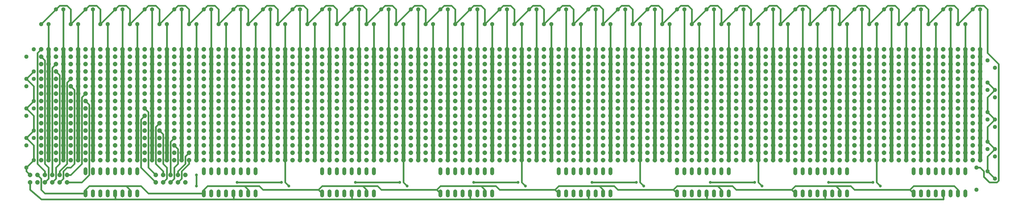
<source format=gbl>
G75*
%MOIN*%
%OFA0B0*%
%FSLAX24Y24*%
%IPPOS*%
%LPD*%
%AMOC8*
5,1,8,0,0,1.08239X$1,22.5*
%
%ADD10C,0.0520*%
%ADD11OC8,0.0600*%
%ADD12OC8,0.0520*%
%ADD13C,0.0500*%
%ADD14C,0.0240*%
%ADD15C,0.0396*%
D10*
X022492Y007001D02*
X022492Y007521D01*
X023492Y007521D02*
X023492Y007001D01*
X024492Y007001D02*
X024492Y007521D01*
X025492Y007521D02*
X025492Y007001D01*
X026492Y007001D02*
X026492Y007521D01*
X027492Y007521D02*
X027492Y007001D01*
X028492Y007001D02*
X028492Y007521D01*
X029492Y007521D02*
X029492Y007001D01*
X038492Y007001D02*
X038492Y007521D01*
X039492Y007521D02*
X039492Y007001D01*
X040492Y007001D02*
X040492Y007521D01*
X041492Y007521D02*
X041492Y007001D01*
X042492Y007001D02*
X042492Y007521D01*
X043492Y007521D02*
X043492Y007001D01*
X044492Y007001D02*
X044492Y007521D01*
X045492Y007521D02*
X045492Y007001D01*
X054492Y007001D02*
X054492Y007521D01*
X055492Y007521D02*
X055492Y007001D01*
X056492Y007001D02*
X056492Y007521D01*
X057492Y007521D02*
X057492Y007001D01*
X058492Y007001D02*
X058492Y007521D01*
X059492Y007521D02*
X059492Y007001D01*
X060492Y007001D02*
X060492Y007521D01*
X061492Y007521D02*
X061492Y007001D01*
X070492Y007001D02*
X070492Y007521D01*
X071492Y007521D02*
X071492Y007001D01*
X072492Y007001D02*
X072492Y007521D01*
X073492Y007521D02*
X073492Y007001D01*
X074492Y007001D02*
X074492Y007521D01*
X075492Y007521D02*
X075492Y007001D01*
X076492Y007001D02*
X076492Y007521D01*
X077492Y007521D02*
X077492Y007001D01*
X086492Y007001D02*
X086492Y007521D01*
X087492Y007521D02*
X087492Y007001D01*
X088492Y007001D02*
X088492Y007521D01*
X089492Y007521D02*
X089492Y007001D01*
X090492Y007001D02*
X090492Y007521D01*
X091492Y007521D02*
X091492Y007001D01*
X092492Y007001D02*
X092492Y007521D01*
X093492Y007521D02*
X093492Y007001D01*
X102492Y007001D02*
X102492Y007521D01*
X103492Y007521D02*
X103492Y007001D01*
X104492Y007001D02*
X104492Y007521D01*
X105492Y007521D02*
X105492Y007001D01*
X106492Y007001D02*
X106492Y007521D01*
X107492Y007521D02*
X107492Y007001D01*
X108492Y007001D02*
X108492Y007521D01*
X109492Y007521D02*
X109492Y007001D01*
X118492Y007001D02*
X118492Y007521D01*
X119492Y007521D02*
X119492Y007001D01*
X120492Y007001D02*
X120492Y007521D01*
X121492Y007521D02*
X121492Y007001D01*
X122492Y007001D02*
X122492Y007521D01*
X123492Y007521D02*
X123492Y007001D01*
X124492Y007001D02*
X124492Y007521D01*
X125492Y007521D02*
X125492Y007001D01*
X134492Y007001D02*
X134492Y007521D01*
X135492Y007521D02*
X135492Y007001D01*
X136492Y007001D02*
X136492Y007521D01*
X137492Y007521D02*
X137492Y007001D01*
X138492Y007001D02*
X138492Y007521D01*
X139492Y007521D02*
X139492Y007001D01*
X140492Y007001D02*
X140492Y007521D01*
X141492Y007521D02*
X141492Y007001D01*
X141492Y010001D02*
X141492Y010521D01*
X140492Y010521D02*
X140492Y010001D01*
X139492Y010001D02*
X139492Y010521D01*
X138492Y010521D02*
X138492Y010001D01*
X137492Y010001D02*
X137492Y010521D01*
X136492Y010521D02*
X136492Y010001D01*
X135492Y010001D02*
X135492Y010521D01*
X134492Y010521D02*
X134492Y010001D01*
X125492Y010001D02*
X125492Y010521D01*
X124492Y010521D02*
X124492Y010001D01*
X123492Y010001D02*
X123492Y010521D01*
X122492Y010521D02*
X122492Y010001D01*
X121492Y010001D02*
X121492Y010521D01*
X120492Y010521D02*
X120492Y010001D01*
X119492Y010001D02*
X119492Y010521D01*
X118492Y010521D02*
X118492Y010001D01*
X109492Y010001D02*
X109492Y010521D01*
X108492Y010521D02*
X108492Y010001D01*
X107492Y010001D02*
X107492Y010521D01*
X106492Y010521D02*
X106492Y010001D01*
X105492Y010001D02*
X105492Y010521D01*
X104492Y010521D02*
X104492Y010001D01*
X103492Y010001D02*
X103492Y010521D01*
X102492Y010521D02*
X102492Y010001D01*
X093492Y010001D02*
X093492Y010521D01*
X092492Y010521D02*
X092492Y010001D01*
X091492Y010001D02*
X091492Y010521D01*
X090492Y010521D02*
X090492Y010001D01*
X089492Y010001D02*
X089492Y010521D01*
X088492Y010521D02*
X088492Y010001D01*
X087492Y010001D02*
X087492Y010521D01*
X086492Y010521D02*
X086492Y010001D01*
X077492Y010001D02*
X077492Y010521D01*
X076492Y010521D02*
X076492Y010001D01*
X075492Y010001D02*
X075492Y010521D01*
X074492Y010521D02*
X074492Y010001D01*
X073492Y010001D02*
X073492Y010521D01*
X072492Y010521D02*
X072492Y010001D01*
X071492Y010001D02*
X071492Y010521D01*
X070492Y010521D02*
X070492Y010001D01*
X061492Y010001D02*
X061492Y010521D01*
X060492Y010521D02*
X060492Y010001D01*
X059492Y010001D02*
X059492Y010521D01*
X058492Y010521D02*
X058492Y010001D01*
X057492Y010001D02*
X057492Y010521D01*
X056492Y010521D02*
X056492Y010001D01*
X055492Y010001D02*
X055492Y010521D01*
X054492Y010521D02*
X054492Y010001D01*
X045492Y010001D02*
X045492Y010521D01*
X044492Y010521D02*
X044492Y010001D01*
X043492Y010001D02*
X043492Y010521D01*
X042492Y010521D02*
X042492Y010001D01*
X041492Y010001D02*
X041492Y010521D01*
X040492Y010521D02*
X040492Y010001D01*
X039492Y010001D02*
X039492Y010521D01*
X038492Y010521D02*
X038492Y010001D01*
X029492Y010001D02*
X029492Y010521D01*
X028492Y010521D02*
X028492Y010001D01*
X027492Y010001D02*
X027492Y010521D01*
X026492Y010521D02*
X026492Y010001D01*
X025492Y010001D02*
X025492Y010521D01*
X024492Y010521D02*
X024492Y010001D01*
X023492Y010001D02*
X023492Y010521D01*
X022492Y010521D02*
X022492Y010001D01*
D11*
X019992Y009761D03*
X018992Y009761D03*
X017992Y009761D03*
X016992Y009761D03*
X015992Y009761D03*
X014992Y009761D03*
X014992Y008761D03*
X015992Y008761D03*
X016992Y008761D03*
X017992Y008761D03*
X018992Y008761D03*
X019992Y008761D03*
X020492Y011761D03*
X021492Y011761D03*
X022492Y011761D03*
X023492Y011761D03*
X024492Y011761D03*
X025492Y011761D03*
X026492Y011761D03*
X027492Y011761D03*
X028492Y011761D03*
X029492Y011761D03*
X030492Y011761D03*
X031492Y011761D03*
X032492Y011761D03*
X033492Y011761D03*
X034492Y011761D03*
X035492Y011761D03*
X036492Y011761D03*
X037492Y011761D03*
X038492Y011761D03*
X039492Y011761D03*
X040492Y011761D03*
X041492Y011761D03*
X042492Y011761D03*
X043492Y011761D03*
X044492Y011761D03*
X045492Y011761D03*
X046492Y011761D03*
X047492Y011761D03*
X048492Y011761D03*
X049492Y011761D03*
X050492Y011761D03*
X051492Y011761D03*
X052492Y011761D03*
X053492Y011761D03*
X054492Y011761D03*
X055492Y011761D03*
X056492Y011761D03*
X057492Y011761D03*
X058492Y011761D03*
X059492Y011761D03*
X060492Y011761D03*
X061492Y011761D03*
X062492Y011761D03*
X063492Y011761D03*
X064492Y011761D03*
X065492Y011761D03*
X066492Y011761D03*
X067492Y011761D03*
X068492Y011761D03*
X069492Y011761D03*
X070492Y011761D03*
X071492Y011761D03*
X072492Y011761D03*
X073492Y011761D03*
X074492Y011761D03*
X075492Y011761D03*
X076492Y011761D03*
X077492Y011761D03*
X078492Y011761D03*
X079492Y011761D03*
X080492Y011761D03*
X081492Y011761D03*
X082492Y011761D03*
X083492Y011761D03*
X084492Y011761D03*
X085492Y011761D03*
X086492Y011761D03*
X087492Y011761D03*
X088492Y011761D03*
X089492Y011761D03*
X090492Y011761D03*
X091492Y011761D03*
X092492Y011761D03*
X093492Y011761D03*
X094492Y011761D03*
X095492Y011761D03*
X096492Y011761D03*
X097492Y011761D03*
X098492Y011761D03*
X099492Y011761D03*
X100492Y011761D03*
X101492Y011761D03*
X102492Y011761D03*
X103492Y011761D03*
X104492Y011761D03*
X105492Y011761D03*
X106492Y011761D03*
X107492Y011761D03*
X108492Y011761D03*
X109492Y011761D03*
X110492Y011761D03*
X111492Y011761D03*
X112492Y011761D03*
X113492Y011761D03*
X114492Y011761D03*
X115492Y011761D03*
X116492Y011761D03*
X117492Y011761D03*
X118492Y011761D03*
X119492Y011761D03*
X120492Y011761D03*
X121492Y011761D03*
X122492Y011761D03*
X123492Y011761D03*
X124492Y011761D03*
X125492Y011761D03*
X126492Y011761D03*
X127492Y011761D03*
X128492Y011761D03*
X129492Y011761D03*
X130492Y011761D03*
X131492Y011761D03*
X132492Y011761D03*
X133492Y011761D03*
X134492Y011761D03*
X135492Y011761D03*
X136492Y011761D03*
X137492Y011761D03*
X138492Y011761D03*
X139492Y011761D03*
X140492Y011761D03*
X141492Y011761D03*
X142492Y011761D03*
X143492Y011761D03*
X143492Y012761D03*
X142492Y012761D03*
X141492Y012761D03*
X140492Y012761D03*
X139492Y012761D03*
X138492Y012761D03*
X137492Y012761D03*
X136492Y012761D03*
X135492Y012761D03*
X134492Y012761D03*
X133492Y012761D03*
X132492Y012761D03*
X131492Y012761D03*
X130492Y012761D03*
X129492Y012761D03*
X128492Y012761D03*
X127492Y012761D03*
X126492Y012761D03*
X125492Y012761D03*
X124492Y012761D03*
X123492Y012761D03*
X122492Y012761D03*
X121492Y012761D03*
X120492Y012761D03*
X119492Y012761D03*
X118492Y012761D03*
X117492Y012761D03*
X116492Y012761D03*
X115492Y012761D03*
X114492Y012761D03*
X113492Y012761D03*
X112492Y012761D03*
X111492Y012761D03*
X110492Y012761D03*
X109492Y012761D03*
X108492Y012761D03*
X107492Y012761D03*
X106492Y012761D03*
X105492Y012761D03*
X104492Y012761D03*
X103492Y012761D03*
X102492Y012761D03*
X101492Y012761D03*
X100492Y012761D03*
X099492Y012761D03*
X098492Y012761D03*
X097492Y012761D03*
X096492Y012761D03*
X095492Y012761D03*
X094492Y012761D03*
X093492Y012761D03*
X092492Y012761D03*
X091492Y012761D03*
X090492Y012761D03*
X089492Y012761D03*
X088492Y012761D03*
X087492Y012761D03*
X086492Y012761D03*
X085492Y012761D03*
X084492Y012761D03*
X083492Y012761D03*
X082492Y012761D03*
X081492Y012761D03*
X080492Y012761D03*
X079492Y012761D03*
X078492Y012761D03*
X077492Y012761D03*
X076492Y012761D03*
X075492Y012761D03*
X074492Y012761D03*
X073492Y012761D03*
X072492Y012761D03*
X071492Y012761D03*
X070492Y012761D03*
X069492Y012761D03*
X068492Y012761D03*
X067492Y012761D03*
X066492Y012761D03*
X065492Y012761D03*
X064492Y012761D03*
X063492Y012761D03*
X062492Y012761D03*
X061492Y012761D03*
X060492Y012761D03*
X059492Y012761D03*
X058492Y012761D03*
X057492Y012761D03*
X056492Y012761D03*
X055492Y012761D03*
X054492Y012761D03*
X053492Y012761D03*
X052492Y012761D03*
X051492Y012761D03*
X050492Y012761D03*
X049492Y012761D03*
X048492Y012761D03*
X047492Y012761D03*
X046492Y012761D03*
X045492Y012761D03*
X044492Y012761D03*
X043492Y012761D03*
X042492Y012761D03*
X041492Y012761D03*
X040492Y012761D03*
X039492Y012761D03*
X038492Y012761D03*
X037492Y012761D03*
X036492Y012761D03*
X035492Y012761D03*
X034492Y012761D03*
X033492Y012761D03*
X032492Y012761D03*
X031492Y012761D03*
X030492Y012761D03*
X029492Y012761D03*
X028492Y012761D03*
X027492Y012761D03*
X026492Y012761D03*
X025492Y012761D03*
X024492Y012761D03*
X023492Y012761D03*
X022492Y012761D03*
X021492Y012761D03*
X020492Y012761D03*
X019492Y012761D03*
X018492Y012761D03*
X017492Y012761D03*
X016492Y012761D03*
X016492Y011761D03*
X017492Y011761D03*
X018492Y011761D03*
X019492Y011761D03*
X019492Y013761D03*
X020492Y013761D03*
X021492Y013761D03*
X022492Y013761D03*
X023492Y013761D03*
X024492Y013761D03*
X025492Y013761D03*
X026492Y013761D03*
X027492Y013761D03*
X028492Y013761D03*
X029492Y013761D03*
X030492Y013761D03*
X031492Y013761D03*
X032492Y013761D03*
X033492Y013761D03*
X034492Y013761D03*
X035492Y013761D03*
X036492Y013761D03*
X037492Y013761D03*
X038492Y013761D03*
X039492Y013761D03*
X040492Y013761D03*
X041492Y013761D03*
X042492Y013761D03*
X043492Y013761D03*
X044492Y013761D03*
X045492Y013761D03*
X046492Y013761D03*
X047492Y013761D03*
X048492Y013761D03*
X049492Y013761D03*
X050492Y013761D03*
X051492Y013761D03*
X052492Y013761D03*
X053492Y013761D03*
X054492Y013761D03*
X055492Y013761D03*
X056492Y013761D03*
X057492Y013761D03*
X058492Y013761D03*
X059492Y013761D03*
X060492Y013761D03*
X061492Y013761D03*
X062492Y013761D03*
X063492Y013761D03*
X064492Y013761D03*
X065492Y013761D03*
X066492Y013761D03*
X067492Y013761D03*
X068492Y013761D03*
X069492Y013761D03*
X070492Y013761D03*
X071492Y013761D03*
X072492Y013761D03*
X073492Y013761D03*
X074492Y013761D03*
X075492Y013761D03*
X076492Y013761D03*
X077492Y013761D03*
X078492Y013761D03*
X079492Y013761D03*
X080492Y013761D03*
X081492Y013761D03*
X082492Y013761D03*
X083492Y013761D03*
X084492Y013761D03*
X085492Y013761D03*
X086492Y013761D03*
X087492Y013761D03*
X088492Y013761D03*
X089492Y013761D03*
X090492Y013761D03*
X091492Y013761D03*
X092492Y013761D03*
X093492Y013761D03*
X094492Y013761D03*
X095492Y013761D03*
X096492Y013761D03*
X097492Y013761D03*
X098492Y013761D03*
X099492Y013761D03*
X100492Y013761D03*
X101492Y013761D03*
X102492Y013761D03*
X103492Y013761D03*
X104492Y013761D03*
X105492Y013761D03*
X106492Y013761D03*
X107492Y013761D03*
X108492Y013761D03*
X109492Y013761D03*
X110492Y013761D03*
X111492Y013761D03*
X112492Y013761D03*
X113492Y013761D03*
X114492Y013761D03*
X115492Y013761D03*
X116492Y013761D03*
X117492Y013761D03*
X118492Y013761D03*
X119492Y013761D03*
X120492Y013761D03*
X121492Y013761D03*
X122492Y013761D03*
X123492Y013761D03*
X124492Y013761D03*
X125492Y013761D03*
X126492Y013761D03*
X127492Y013761D03*
X128492Y013761D03*
X129492Y013761D03*
X130492Y013761D03*
X131492Y013761D03*
X132492Y013761D03*
X133492Y013761D03*
X134492Y013761D03*
X135492Y013761D03*
X136492Y013761D03*
X137492Y013761D03*
X138492Y013761D03*
X139492Y013761D03*
X140492Y013761D03*
X141492Y013761D03*
X142492Y013761D03*
X143492Y013761D03*
X143492Y014761D03*
X142492Y014761D03*
X141492Y014761D03*
X140492Y014761D03*
X139492Y014761D03*
X138492Y014761D03*
X137492Y014761D03*
X136492Y014761D03*
X135492Y014761D03*
X134492Y014761D03*
X133492Y014761D03*
X132492Y014761D03*
X131492Y014761D03*
X130492Y014761D03*
X129492Y014761D03*
X128492Y014761D03*
X127492Y014761D03*
X126492Y014761D03*
X125492Y014761D03*
X124492Y014761D03*
X123492Y014761D03*
X122492Y014761D03*
X121492Y014761D03*
X120492Y014761D03*
X119492Y014761D03*
X118492Y014761D03*
X117492Y014761D03*
X116492Y014761D03*
X115492Y014761D03*
X114492Y014761D03*
X113492Y014761D03*
X112492Y014761D03*
X111492Y014761D03*
X110492Y014761D03*
X109492Y014761D03*
X108492Y014761D03*
X107492Y014761D03*
X106492Y014761D03*
X105492Y014761D03*
X104492Y014761D03*
X103492Y014761D03*
X102492Y014761D03*
X101492Y014761D03*
X100492Y014761D03*
X099492Y014761D03*
X098492Y014761D03*
X097492Y014761D03*
X096492Y014761D03*
X095492Y014761D03*
X094492Y014761D03*
X093492Y014761D03*
X092492Y014761D03*
X091492Y014761D03*
X090492Y014761D03*
X089492Y014761D03*
X088492Y014761D03*
X087492Y014761D03*
X086492Y014761D03*
X085492Y014761D03*
X084492Y014761D03*
X083492Y014761D03*
X082492Y014761D03*
X081492Y014761D03*
X080492Y014761D03*
X079492Y014761D03*
X078492Y014761D03*
X077492Y014761D03*
X076492Y014761D03*
X075492Y014761D03*
X074492Y014761D03*
X073492Y014761D03*
X072492Y014761D03*
X071492Y014761D03*
X070492Y014761D03*
X069492Y014761D03*
X068492Y014761D03*
X067492Y014761D03*
X066492Y014761D03*
X065492Y014761D03*
X064492Y014761D03*
X063492Y014761D03*
X062492Y014761D03*
X061492Y014761D03*
X060492Y014761D03*
X059492Y014761D03*
X058492Y014761D03*
X057492Y014761D03*
X056492Y014761D03*
X055492Y014761D03*
X054492Y014761D03*
X053492Y014761D03*
X052492Y014761D03*
X051492Y014761D03*
X050492Y014761D03*
X049492Y014761D03*
X048492Y014761D03*
X047492Y014761D03*
X046492Y014761D03*
X045492Y014761D03*
X044492Y014761D03*
X043492Y014761D03*
X042492Y014761D03*
X041492Y014761D03*
X040492Y014761D03*
X039492Y014761D03*
X038492Y014761D03*
X037492Y014761D03*
X036492Y014761D03*
X035492Y014761D03*
X034492Y014761D03*
X033492Y014761D03*
X032492Y014761D03*
X031492Y014761D03*
X030492Y014761D03*
X029492Y014761D03*
X028492Y014761D03*
X027492Y014761D03*
X026492Y014761D03*
X025492Y014761D03*
X024492Y014761D03*
X023492Y014761D03*
X022492Y014761D03*
X021492Y014761D03*
X020492Y014761D03*
X019492Y014761D03*
X018492Y014761D03*
X017492Y014761D03*
X016492Y014761D03*
X016492Y013761D03*
X017492Y013761D03*
X018492Y013761D03*
X018492Y015761D03*
X019492Y015761D03*
X020492Y015761D03*
X021492Y015761D03*
X022492Y015761D03*
X023492Y015761D03*
X024492Y015761D03*
X025492Y015761D03*
X026492Y015761D03*
X027492Y015761D03*
X028492Y015761D03*
X029492Y015761D03*
X030492Y015761D03*
X031492Y015761D03*
X032492Y015761D03*
X033492Y015761D03*
X034492Y015761D03*
X035492Y015761D03*
X036492Y015761D03*
X037492Y015761D03*
X038492Y015761D03*
X039492Y015761D03*
X040492Y015761D03*
X041492Y015761D03*
X042492Y015761D03*
X043492Y015761D03*
X044492Y015761D03*
X045492Y015761D03*
X046492Y015761D03*
X047492Y015761D03*
X048492Y015761D03*
X049492Y015761D03*
X050492Y015761D03*
X051492Y015761D03*
X052492Y015761D03*
X053492Y015761D03*
X054492Y015761D03*
X055492Y015761D03*
X056492Y015761D03*
X057492Y015761D03*
X058492Y015761D03*
X059492Y015761D03*
X060492Y015761D03*
X061492Y015761D03*
X062492Y015761D03*
X063492Y015761D03*
X064492Y015761D03*
X065492Y015761D03*
X066492Y015761D03*
X067492Y015761D03*
X068492Y015761D03*
X069492Y015761D03*
X070492Y015761D03*
X071492Y015761D03*
X072492Y015761D03*
X073492Y015761D03*
X074492Y015761D03*
X075492Y015761D03*
X076492Y015761D03*
X077492Y015761D03*
X078492Y015761D03*
X079492Y015761D03*
X080492Y015761D03*
X081492Y015761D03*
X082492Y015761D03*
X083492Y015761D03*
X084492Y015761D03*
X085492Y015761D03*
X086492Y015761D03*
X087492Y015761D03*
X088492Y015761D03*
X089492Y015761D03*
X090492Y015761D03*
X091492Y015761D03*
X092492Y015761D03*
X093492Y015761D03*
X094492Y015761D03*
X095492Y015761D03*
X096492Y015761D03*
X097492Y015761D03*
X098492Y015761D03*
X099492Y015761D03*
X100492Y015761D03*
X101492Y015761D03*
X102492Y015761D03*
X103492Y015761D03*
X104492Y015761D03*
X105492Y015761D03*
X106492Y015761D03*
X107492Y015761D03*
X108492Y015761D03*
X109492Y015761D03*
X110492Y015761D03*
X111492Y015761D03*
X112492Y015761D03*
X113492Y015761D03*
X114492Y015761D03*
X115492Y015761D03*
X116492Y015761D03*
X117492Y015761D03*
X118492Y015761D03*
X119492Y015761D03*
X120492Y015761D03*
X121492Y015761D03*
X122492Y015761D03*
X123492Y015761D03*
X124492Y015761D03*
X125492Y015761D03*
X126492Y015761D03*
X127492Y015761D03*
X128492Y015761D03*
X129492Y015761D03*
X130492Y015761D03*
X131492Y015761D03*
X132492Y015761D03*
X133492Y015761D03*
X134492Y015761D03*
X135492Y015761D03*
X136492Y015761D03*
X137492Y015761D03*
X138492Y015761D03*
X139492Y015761D03*
X140492Y015761D03*
X141492Y015761D03*
X142492Y015761D03*
X143492Y015761D03*
X143492Y016761D03*
X142492Y016761D03*
X141492Y016761D03*
X140492Y016761D03*
X139492Y016761D03*
X138492Y016761D03*
X137492Y016761D03*
X136492Y016761D03*
X135492Y016761D03*
X134492Y016761D03*
X133492Y016761D03*
X132492Y016761D03*
X131492Y016761D03*
X130492Y016761D03*
X129492Y016761D03*
X128492Y016761D03*
X127492Y016761D03*
X126492Y016761D03*
X125492Y016761D03*
X124492Y016761D03*
X123492Y016761D03*
X122492Y016761D03*
X121492Y016761D03*
X120492Y016761D03*
X119492Y016761D03*
X118492Y016761D03*
X117492Y016761D03*
X116492Y016761D03*
X115492Y016761D03*
X114492Y016761D03*
X113492Y016761D03*
X112492Y016761D03*
X111492Y016761D03*
X110492Y016761D03*
X109492Y016761D03*
X108492Y016761D03*
X107492Y016761D03*
X106492Y016761D03*
X105492Y016761D03*
X104492Y016761D03*
X103492Y016761D03*
X102492Y016761D03*
X101492Y016761D03*
X100492Y016761D03*
X099492Y016761D03*
X098492Y016761D03*
X097492Y016761D03*
X096492Y016761D03*
X095492Y016761D03*
X094492Y016761D03*
X093492Y016761D03*
X092492Y016761D03*
X091492Y016761D03*
X090492Y016761D03*
X089492Y016761D03*
X088492Y016761D03*
X087492Y016761D03*
X086492Y016761D03*
X085492Y016761D03*
X084492Y016761D03*
X083492Y016761D03*
X082492Y016761D03*
X081492Y016761D03*
X080492Y016761D03*
X079492Y016761D03*
X078492Y016761D03*
X077492Y016761D03*
X076492Y016761D03*
X075492Y016761D03*
X074492Y016761D03*
X073492Y016761D03*
X072492Y016761D03*
X071492Y016761D03*
X070492Y016761D03*
X069492Y016761D03*
X068492Y016761D03*
X067492Y016761D03*
X066492Y016761D03*
X065492Y016761D03*
X064492Y016761D03*
X063492Y016761D03*
X062492Y016761D03*
X061492Y016761D03*
X060492Y016761D03*
X059492Y016761D03*
X058492Y016761D03*
X057492Y016761D03*
X056492Y016761D03*
X055492Y016761D03*
X054492Y016761D03*
X053492Y016761D03*
X052492Y016761D03*
X051492Y016761D03*
X050492Y016761D03*
X049492Y016761D03*
X048492Y016761D03*
X047492Y016761D03*
X046492Y016761D03*
X045492Y016761D03*
X044492Y016761D03*
X043492Y016761D03*
X042492Y016761D03*
X041492Y016761D03*
X040492Y016761D03*
X039492Y016761D03*
X038492Y016761D03*
X037492Y016761D03*
X036492Y016761D03*
X035492Y016761D03*
X034492Y016761D03*
X033492Y016761D03*
X032492Y016761D03*
X031492Y016761D03*
X030492Y016761D03*
X029492Y016761D03*
X028492Y016761D03*
X027492Y016761D03*
X026492Y016761D03*
X025492Y016761D03*
X024492Y016761D03*
X023492Y016761D03*
X022492Y016761D03*
X021492Y016761D03*
X020492Y016761D03*
X019492Y016761D03*
X018492Y016761D03*
X017492Y016761D03*
X016492Y016761D03*
X016492Y015761D03*
X017492Y015761D03*
X017492Y017761D03*
X018492Y017761D03*
X019492Y017761D03*
X020492Y017761D03*
X021492Y017761D03*
X022492Y017761D03*
X023492Y017761D03*
X024492Y017761D03*
X025492Y017761D03*
X026492Y017761D03*
X027492Y017761D03*
X028492Y017761D03*
X029492Y017761D03*
X030492Y017761D03*
X031492Y017761D03*
X032492Y017761D03*
X033492Y017761D03*
X034492Y017761D03*
X035492Y017761D03*
X036492Y017761D03*
X037492Y017761D03*
X038492Y017761D03*
X039492Y017761D03*
X040492Y017761D03*
X041492Y017761D03*
X042492Y017761D03*
X043492Y017761D03*
X044492Y017761D03*
X045492Y017761D03*
X046492Y017761D03*
X047492Y017761D03*
X048492Y017761D03*
X049492Y017761D03*
X050492Y017761D03*
X051492Y017761D03*
X052492Y017761D03*
X053492Y017761D03*
X054492Y017761D03*
X055492Y017761D03*
X056492Y017761D03*
X057492Y017761D03*
X058492Y017761D03*
X059492Y017761D03*
X060492Y017761D03*
X061492Y017761D03*
X062492Y017761D03*
X063492Y017761D03*
X064492Y017761D03*
X065492Y017761D03*
X066492Y017761D03*
X067492Y017761D03*
X068492Y017761D03*
X069492Y017761D03*
X070492Y017761D03*
X071492Y017761D03*
X072492Y017761D03*
X073492Y017761D03*
X074492Y017761D03*
X075492Y017761D03*
X076492Y017761D03*
X077492Y017761D03*
X078492Y017761D03*
X079492Y017761D03*
X080492Y017761D03*
X081492Y017761D03*
X082492Y017761D03*
X083492Y017761D03*
X084492Y017761D03*
X085492Y017761D03*
X086492Y017761D03*
X087492Y017761D03*
X088492Y017761D03*
X089492Y017761D03*
X090492Y017761D03*
X091492Y017761D03*
X092492Y017761D03*
X093492Y017761D03*
X094492Y017761D03*
X095492Y017761D03*
X096492Y017761D03*
X097492Y017761D03*
X098492Y017761D03*
X099492Y017761D03*
X100492Y017761D03*
X101492Y017761D03*
X102492Y017761D03*
X103492Y017761D03*
X104492Y017761D03*
X105492Y017761D03*
X106492Y017761D03*
X107492Y017761D03*
X108492Y017761D03*
X109492Y017761D03*
X110492Y017761D03*
X111492Y017761D03*
X112492Y017761D03*
X113492Y017761D03*
X114492Y017761D03*
X115492Y017761D03*
X116492Y017761D03*
X117492Y017761D03*
X118492Y017761D03*
X119492Y017761D03*
X120492Y017761D03*
X121492Y017761D03*
X122492Y017761D03*
X123492Y017761D03*
X124492Y017761D03*
X125492Y017761D03*
X126492Y017761D03*
X127492Y017761D03*
X128492Y017761D03*
X129492Y017761D03*
X130492Y017761D03*
X131492Y017761D03*
X132492Y017761D03*
X133492Y017761D03*
X134492Y017761D03*
X135492Y017761D03*
X136492Y017761D03*
X137492Y017761D03*
X138492Y017761D03*
X139492Y017761D03*
X140492Y017761D03*
X141492Y017761D03*
X142492Y017761D03*
X143492Y017761D03*
X143492Y018761D03*
X142492Y018761D03*
X141492Y018761D03*
X140492Y018761D03*
X139492Y018761D03*
X138492Y018761D03*
X137492Y018761D03*
X136492Y018761D03*
X135492Y018761D03*
X134492Y018761D03*
X133492Y018761D03*
X132492Y018761D03*
X131492Y018761D03*
X130492Y018761D03*
X129492Y018761D03*
X128492Y018761D03*
X127492Y018761D03*
X126492Y018761D03*
X125492Y018761D03*
X124492Y018761D03*
X123492Y018761D03*
X122492Y018761D03*
X121492Y018761D03*
X120492Y018761D03*
X119492Y018761D03*
X118492Y018761D03*
X117492Y018761D03*
X116492Y018761D03*
X115492Y018761D03*
X114492Y018761D03*
X113492Y018761D03*
X112492Y018761D03*
X111492Y018761D03*
X110492Y018761D03*
X109492Y018761D03*
X108492Y018761D03*
X107492Y018761D03*
X106492Y018761D03*
X105492Y018761D03*
X104492Y018761D03*
X103492Y018761D03*
X102492Y018761D03*
X101492Y018761D03*
X100492Y018761D03*
X099492Y018761D03*
X098492Y018761D03*
X097492Y018761D03*
X096492Y018761D03*
X095492Y018761D03*
X094492Y018761D03*
X093492Y018761D03*
X092492Y018761D03*
X091492Y018761D03*
X090492Y018761D03*
X089492Y018761D03*
X088492Y018761D03*
X087492Y018761D03*
X086492Y018761D03*
X085492Y018761D03*
X084492Y018761D03*
X083492Y018761D03*
X082492Y018761D03*
X081492Y018761D03*
X080492Y018761D03*
X079492Y018761D03*
X078492Y018761D03*
X077492Y018761D03*
X076492Y018761D03*
X075492Y018761D03*
X074492Y018761D03*
X073492Y018761D03*
X072492Y018761D03*
X071492Y018761D03*
X070492Y018761D03*
X069492Y018761D03*
X068492Y018761D03*
X067492Y018761D03*
X066492Y018761D03*
X065492Y018761D03*
X064492Y018761D03*
X063492Y018761D03*
X062492Y018761D03*
X061492Y018761D03*
X060492Y018761D03*
X059492Y018761D03*
X058492Y018761D03*
X057492Y018761D03*
X056492Y018761D03*
X055492Y018761D03*
X054492Y018761D03*
X053492Y018761D03*
X052492Y018761D03*
X051492Y018761D03*
X050492Y018761D03*
X049492Y018761D03*
X048492Y018761D03*
X047492Y018761D03*
X046492Y018761D03*
X045492Y018761D03*
X044492Y018761D03*
X043492Y018761D03*
X042492Y018761D03*
X041492Y018761D03*
X040492Y018761D03*
X039492Y018761D03*
X038492Y018761D03*
X037492Y018761D03*
X036492Y018761D03*
X035492Y018761D03*
X034492Y018761D03*
X033492Y018761D03*
X032492Y018761D03*
X031492Y018761D03*
X030492Y018761D03*
X029492Y018761D03*
X028492Y018761D03*
X027492Y018761D03*
X026492Y018761D03*
X025492Y018761D03*
X024492Y018761D03*
X023492Y018761D03*
X022492Y018761D03*
X021492Y018761D03*
X020492Y018761D03*
X019492Y018761D03*
X018492Y018761D03*
X017492Y018761D03*
X016492Y018761D03*
X016492Y017761D03*
X016492Y019761D03*
X017492Y019761D03*
X018492Y019761D03*
X019492Y019761D03*
X020492Y019761D03*
X021492Y019761D03*
X022492Y019761D03*
X023492Y019761D03*
X024492Y019761D03*
X025492Y019761D03*
X026492Y019761D03*
X027492Y019761D03*
X028492Y019761D03*
X029492Y019761D03*
X030492Y019761D03*
X031492Y019761D03*
X032492Y019761D03*
X033492Y019761D03*
X034492Y019761D03*
X035492Y019761D03*
X036492Y019761D03*
X037492Y019761D03*
X038492Y019761D03*
X039492Y019761D03*
X040492Y019761D03*
X041492Y019761D03*
X042492Y019761D03*
X043492Y019761D03*
X044492Y019761D03*
X045492Y019761D03*
X046492Y019761D03*
X047492Y019761D03*
X048492Y019761D03*
X049492Y019761D03*
X050492Y019761D03*
X051492Y019761D03*
X052492Y019761D03*
X053492Y019761D03*
X054492Y019761D03*
X055492Y019761D03*
X056492Y019761D03*
X057492Y019761D03*
X058492Y019761D03*
X059492Y019761D03*
X060492Y019761D03*
X061492Y019761D03*
X062492Y019761D03*
X063492Y019761D03*
X064492Y019761D03*
X065492Y019761D03*
X066492Y019761D03*
X067492Y019761D03*
X068492Y019761D03*
X069492Y019761D03*
X070492Y019761D03*
X071492Y019761D03*
X072492Y019761D03*
X073492Y019761D03*
X074492Y019761D03*
X075492Y019761D03*
X076492Y019761D03*
X077492Y019761D03*
X078492Y019761D03*
X079492Y019761D03*
X080492Y019761D03*
X081492Y019761D03*
X082492Y019761D03*
X083492Y019761D03*
X084492Y019761D03*
X085492Y019761D03*
X086492Y019761D03*
X087492Y019761D03*
X088492Y019761D03*
X089492Y019761D03*
X090492Y019761D03*
X091492Y019761D03*
X092492Y019761D03*
X093492Y019761D03*
X094492Y019761D03*
X095492Y019761D03*
X096492Y019761D03*
X097492Y019761D03*
X098492Y019761D03*
X099492Y019761D03*
X100492Y019761D03*
X101492Y019761D03*
X102492Y019761D03*
X103492Y019761D03*
X104492Y019761D03*
X105492Y019761D03*
X106492Y019761D03*
X107492Y019761D03*
X108492Y019761D03*
X109492Y019761D03*
X110492Y019761D03*
X111492Y019761D03*
X112492Y019761D03*
X113492Y019761D03*
X114492Y019761D03*
X115492Y019761D03*
X116492Y019761D03*
X117492Y019761D03*
X118492Y019761D03*
X119492Y019761D03*
X120492Y019761D03*
X121492Y019761D03*
X122492Y019761D03*
X123492Y019761D03*
X124492Y019761D03*
X125492Y019761D03*
X126492Y019761D03*
X127492Y019761D03*
X128492Y019761D03*
X129492Y019761D03*
X130492Y019761D03*
X131492Y019761D03*
X132492Y019761D03*
X133492Y019761D03*
X134492Y019761D03*
X135492Y019761D03*
X136492Y019761D03*
X137492Y019761D03*
X138492Y019761D03*
X139492Y019761D03*
X140492Y019761D03*
X141492Y019761D03*
X142492Y019761D03*
X143492Y019761D03*
X143492Y020761D03*
X142492Y020761D03*
X141492Y020761D03*
X140492Y020761D03*
X139492Y020761D03*
X138492Y020761D03*
X137492Y020761D03*
X136492Y020761D03*
X135492Y020761D03*
X134492Y020761D03*
X133492Y020761D03*
X132492Y020761D03*
X131492Y020761D03*
X130492Y020761D03*
X129492Y020761D03*
X128492Y020761D03*
X127492Y020761D03*
X126492Y020761D03*
X125492Y020761D03*
X124492Y020761D03*
X123492Y020761D03*
X122492Y020761D03*
X121492Y020761D03*
X120492Y020761D03*
X119492Y020761D03*
X118492Y020761D03*
X117492Y020761D03*
X116492Y020761D03*
X115492Y020761D03*
X114492Y020761D03*
X113492Y020761D03*
X112492Y020761D03*
X111492Y020761D03*
X110492Y020761D03*
X109492Y020761D03*
X108492Y020761D03*
X107492Y020761D03*
X106492Y020761D03*
X105492Y020761D03*
X104492Y020761D03*
X103492Y020761D03*
X102492Y020761D03*
X101492Y020761D03*
X100492Y020761D03*
X099492Y020761D03*
X098492Y020761D03*
X097492Y020761D03*
X096492Y020761D03*
X095492Y020761D03*
X094492Y020761D03*
X093492Y020761D03*
X092492Y020761D03*
X091492Y020761D03*
X090492Y020761D03*
X089492Y020761D03*
X088492Y020761D03*
X087492Y020761D03*
X086492Y020761D03*
X085492Y020761D03*
X084492Y020761D03*
X083492Y020761D03*
X082492Y020761D03*
X081492Y020761D03*
X080492Y020761D03*
X079492Y020761D03*
X078492Y020761D03*
X077492Y020761D03*
X076492Y020761D03*
X075492Y020761D03*
X074492Y020761D03*
X073492Y020761D03*
X072492Y020761D03*
X071492Y020761D03*
X070492Y020761D03*
X069492Y020761D03*
X068492Y020761D03*
X067492Y020761D03*
X066492Y020761D03*
X065492Y020761D03*
X064492Y020761D03*
X063492Y020761D03*
X062492Y020761D03*
X061492Y020761D03*
X060492Y020761D03*
X059492Y020761D03*
X058492Y020761D03*
X057492Y020761D03*
X056492Y020761D03*
X055492Y020761D03*
X054492Y020761D03*
X053492Y020761D03*
X052492Y020761D03*
X051492Y020761D03*
X050492Y020761D03*
X049492Y020761D03*
X048492Y020761D03*
X047492Y020761D03*
X046492Y020761D03*
X045492Y020761D03*
X044492Y020761D03*
X043492Y020761D03*
X042492Y020761D03*
X041492Y020761D03*
X040492Y020761D03*
X039492Y020761D03*
X038492Y020761D03*
X037492Y020761D03*
X036492Y020761D03*
X035492Y020761D03*
X034492Y020761D03*
X033492Y020761D03*
X032492Y020761D03*
X031492Y020761D03*
X030492Y020761D03*
X029492Y020761D03*
X028492Y020761D03*
X027492Y020761D03*
X026492Y020761D03*
X025492Y020761D03*
X024492Y020761D03*
X023492Y020761D03*
X022492Y020761D03*
X021492Y020761D03*
X020492Y020761D03*
X019492Y020761D03*
X018492Y020761D03*
X017492Y020761D03*
X016492Y020761D03*
X016492Y021761D03*
X017492Y021761D03*
X018492Y021761D03*
X019492Y021761D03*
X020492Y021761D03*
X021492Y021761D03*
X022492Y021761D03*
X023492Y021761D03*
X024492Y021761D03*
X025492Y021761D03*
X026492Y021761D03*
X027492Y021761D03*
X028492Y021761D03*
X029492Y021761D03*
X030492Y021761D03*
X031492Y021761D03*
X032492Y021761D03*
X033492Y021761D03*
X034492Y021761D03*
X035492Y021761D03*
X036492Y021761D03*
X037492Y021761D03*
X038492Y021761D03*
X039492Y021761D03*
X040492Y021761D03*
X041492Y021761D03*
X042492Y021761D03*
X043492Y021761D03*
X044492Y021761D03*
X045492Y021761D03*
X046492Y021761D03*
X047492Y021761D03*
X048492Y021761D03*
X049492Y021761D03*
X050492Y021761D03*
X051492Y021761D03*
X052492Y021761D03*
X053492Y021761D03*
X054492Y021761D03*
X055492Y021761D03*
X056492Y021761D03*
X057492Y021761D03*
X058492Y021761D03*
X059492Y021761D03*
X060492Y021761D03*
X061492Y021761D03*
X062492Y021761D03*
X063492Y021761D03*
X064492Y021761D03*
X065492Y021761D03*
X066492Y021761D03*
X067492Y021761D03*
X068492Y021761D03*
X069492Y021761D03*
X070492Y021761D03*
X071492Y021761D03*
X072492Y021761D03*
X073492Y021761D03*
X074492Y021761D03*
X075492Y021761D03*
X076492Y021761D03*
X077492Y021761D03*
X078492Y021761D03*
X079492Y021761D03*
X080492Y021761D03*
X081492Y021761D03*
X082492Y021761D03*
X083492Y021761D03*
X084492Y021761D03*
X085492Y021761D03*
X086492Y021761D03*
X087492Y021761D03*
X088492Y021761D03*
X089492Y021761D03*
X090492Y021761D03*
X091492Y021761D03*
X092492Y021761D03*
X093492Y021761D03*
X094492Y021761D03*
X095492Y021761D03*
X096492Y021761D03*
X097492Y021761D03*
X098492Y021761D03*
X099492Y021761D03*
X100492Y021761D03*
X101492Y021761D03*
X102492Y021761D03*
X103492Y021761D03*
X104492Y021761D03*
X105492Y021761D03*
X106492Y021761D03*
X107492Y021761D03*
X108492Y021761D03*
X109492Y021761D03*
X110492Y021761D03*
X111492Y021761D03*
X112492Y021761D03*
X113492Y021761D03*
X114492Y021761D03*
X115492Y021761D03*
X116492Y021761D03*
X117492Y021761D03*
X118492Y021761D03*
X119492Y021761D03*
X120492Y021761D03*
X121492Y021761D03*
X122492Y021761D03*
X123492Y021761D03*
X124492Y021761D03*
X125492Y021761D03*
X126492Y021761D03*
X127492Y021761D03*
X128492Y021761D03*
X129492Y021761D03*
X130492Y021761D03*
X131492Y021761D03*
X132492Y021761D03*
X133492Y021761D03*
X134492Y021761D03*
X135492Y021761D03*
X136492Y021761D03*
X137492Y021761D03*
X138492Y021761D03*
X139492Y021761D03*
X140492Y021761D03*
X141492Y021761D03*
X142492Y021761D03*
X143492Y021761D03*
X143492Y022761D03*
X142492Y022761D03*
X141492Y022761D03*
X140492Y022761D03*
X139492Y022761D03*
X138492Y022761D03*
X137492Y022761D03*
X136492Y022761D03*
X135492Y022761D03*
X134492Y022761D03*
X133492Y022761D03*
X132492Y022761D03*
X131492Y022761D03*
X130492Y022761D03*
X129492Y022761D03*
X128492Y022761D03*
X127492Y022761D03*
X126492Y022761D03*
X125492Y022761D03*
X124492Y022761D03*
X123492Y022761D03*
X122492Y022761D03*
X121492Y022761D03*
X120492Y022761D03*
X119492Y022761D03*
X118492Y022761D03*
X117492Y022761D03*
X116492Y022761D03*
X115492Y022761D03*
X114492Y022761D03*
X113492Y022761D03*
X112492Y022761D03*
X111492Y022761D03*
X110492Y022761D03*
X109492Y022761D03*
X108492Y022761D03*
X107492Y022761D03*
X106492Y022761D03*
X105492Y022761D03*
X104492Y022761D03*
X103492Y022761D03*
X102492Y022761D03*
X101492Y022761D03*
X100492Y022761D03*
X099492Y022761D03*
X098492Y022761D03*
X097492Y022761D03*
X096492Y022761D03*
X095492Y022761D03*
X094492Y022761D03*
X093492Y022761D03*
X092492Y022761D03*
X091492Y022761D03*
X090492Y022761D03*
X089492Y022761D03*
X088492Y022761D03*
X087492Y022761D03*
X086492Y022761D03*
X085492Y022761D03*
X084492Y022761D03*
X083492Y022761D03*
X082492Y022761D03*
X081492Y022761D03*
X080492Y022761D03*
X079492Y022761D03*
X078492Y022761D03*
X077492Y022761D03*
X076492Y022761D03*
X075492Y022761D03*
X074492Y022761D03*
X073492Y022761D03*
X072492Y022761D03*
X071492Y022761D03*
X070492Y022761D03*
X069492Y022761D03*
X068492Y022761D03*
X067492Y022761D03*
X066492Y022761D03*
X065492Y022761D03*
X064492Y022761D03*
X063492Y022761D03*
X062492Y022761D03*
X061492Y022761D03*
X060492Y022761D03*
X059492Y022761D03*
X058492Y022761D03*
X057492Y022761D03*
X056492Y022761D03*
X055492Y022761D03*
X054492Y022761D03*
X053492Y022761D03*
X052492Y022761D03*
X051492Y022761D03*
X050492Y022761D03*
X049492Y022761D03*
X048492Y022761D03*
X047492Y022761D03*
X046492Y022761D03*
X045492Y022761D03*
X044492Y022761D03*
X043492Y022761D03*
X042492Y022761D03*
X041492Y022761D03*
X040492Y022761D03*
X039492Y022761D03*
X038492Y022761D03*
X037492Y022761D03*
X036492Y022761D03*
X035492Y022761D03*
X034492Y022761D03*
X033492Y022761D03*
X032492Y022761D03*
X031492Y022761D03*
X030492Y022761D03*
X029492Y022761D03*
X028492Y022761D03*
X027492Y022761D03*
X026492Y022761D03*
X025492Y022761D03*
X024492Y022761D03*
X023492Y022761D03*
X022492Y022761D03*
X021492Y022761D03*
X020492Y022761D03*
X019492Y022761D03*
X018492Y022761D03*
X017492Y022761D03*
X016492Y022761D03*
X016492Y023761D03*
X017492Y023761D03*
X018492Y023761D03*
X019492Y023761D03*
X020492Y023761D03*
X021492Y023761D03*
X022492Y023761D03*
X023492Y023761D03*
X024492Y023761D03*
X025492Y023761D03*
X026492Y023761D03*
X027492Y023761D03*
X028492Y023761D03*
X029492Y023761D03*
X030492Y023761D03*
X031492Y023761D03*
X032492Y023761D03*
X033492Y023761D03*
X034492Y023761D03*
X035492Y023761D03*
X036492Y023761D03*
X037492Y023761D03*
X038492Y023761D03*
X039492Y023761D03*
X040492Y023761D03*
X041492Y023761D03*
X042492Y023761D03*
X043492Y023761D03*
X044492Y023761D03*
X045492Y023761D03*
X046492Y023761D03*
X047492Y023761D03*
X048492Y023761D03*
X049492Y023761D03*
X050492Y023761D03*
X051492Y023761D03*
X052492Y023761D03*
X053492Y023761D03*
X054492Y023761D03*
X055492Y023761D03*
X056492Y023761D03*
X057492Y023761D03*
X058492Y023761D03*
X059492Y023761D03*
X060492Y023761D03*
X061492Y023761D03*
X062492Y023761D03*
X063492Y023761D03*
X064492Y023761D03*
X065492Y023761D03*
X066492Y023761D03*
X067492Y023761D03*
X068492Y023761D03*
X069492Y023761D03*
X070492Y023761D03*
X071492Y023761D03*
X072492Y023761D03*
X073492Y023761D03*
X074492Y023761D03*
X075492Y023761D03*
X076492Y023761D03*
X077492Y023761D03*
X078492Y023761D03*
X079492Y023761D03*
X080492Y023761D03*
X081492Y023761D03*
X082492Y023761D03*
X083492Y023761D03*
X084492Y023761D03*
X085492Y023761D03*
X086492Y023761D03*
X087492Y023761D03*
X088492Y023761D03*
X089492Y023761D03*
X090492Y023761D03*
X091492Y023761D03*
X092492Y023761D03*
X093492Y023761D03*
X094492Y023761D03*
X095492Y023761D03*
X096492Y023761D03*
X097492Y023761D03*
X098492Y023761D03*
X099492Y023761D03*
X100492Y023761D03*
X101492Y023761D03*
X102492Y023761D03*
X103492Y023761D03*
X104492Y023761D03*
X105492Y023761D03*
X106492Y023761D03*
X107492Y023761D03*
X108492Y023761D03*
X109492Y023761D03*
X110492Y023761D03*
X111492Y023761D03*
X112492Y023761D03*
X113492Y023761D03*
X114492Y023761D03*
X115492Y023761D03*
X116492Y023761D03*
X117492Y023761D03*
X118492Y023761D03*
X119492Y023761D03*
X120492Y023761D03*
X121492Y023761D03*
X122492Y023761D03*
X123492Y023761D03*
X124492Y023761D03*
X125492Y023761D03*
X126492Y023761D03*
X127492Y023761D03*
X128492Y023761D03*
X129492Y023761D03*
X130492Y023761D03*
X131492Y023761D03*
X132492Y023761D03*
X133492Y023761D03*
X134492Y023761D03*
X135492Y023761D03*
X136492Y023761D03*
X137492Y023761D03*
X138492Y023761D03*
X139492Y023761D03*
X140492Y023761D03*
X141492Y023761D03*
X142492Y023761D03*
X143492Y023761D03*
X143492Y024761D03*
X142492Y024761D03*
X141492Y024761D03*
X140492Y024761D03*
X139492Y024761D03*
X138492Y024761D03*
X137492Y024761D03*
X136492Y024761D03*
X135492Y024761D03*
X134492Y024761D03*
X133492Y024761D03*
X132492Y024761D03*
X131492Y024761D03*
X130492Y024761D03*
X129492Y024761D03*
X128492Y024761D03*
X127492Y024761D03*
X126492Y024761D03*
X125492Y024761D03*
X124492Y024761D03*
X123492Y024761D03*
X122492Y024761D03*
X121492Y024761D03*
X120492Y024761D03*
X119492Y024761D03*
X118492Y024761D03*
X117492Y024761D03*
X116492Y024761D03*
X115492Y024761D03*
X114492Y024761D03*
X113492Y024761D03*
X112492Y024761D03*
X111492Y024761D03*
X110492Y024761D03*
X109492Y024761D03*
X108492Y024761D03*
X107492Y024761D03*
X106492Y024761D03*
X105492Y024761D03*
X104492Y024761D03*
X103492Y024761D03*
X102492Y024761D03*
X101492Y024761D03*
X100492Y024761D03*
X099492Y024761D03*
X098492Y024761D03*
X097492Y024761D03*
X096492Y024761D03*
X095492Y024761D03*
X094492Y024761D03*
X093492Y024761D03*
X092492Y024761D03*
X091492Y024761D03*
X090492Y024761D03*
X089492Y024761D03*
X088492Y024761D03*
X087492Y024761D03*
X086492Y024761D03*
X085492Y024761D03*
X084492Y024761D03*
X083492Y024761D03*
X082492Y024761D03*
X081492Y024761D03*
X080492Y024761D03*
X079492Y024761D03*
X078492Y024761D03*
X077492Y024761D03*
X076492Y024761D03*
X075492Y024761D03*
X074492Y024761D03*
X073492Y024761D03*
X072492Y024761D03*
X071492Y024761D03*
X070492Y024761D03*
X069492Y024761D03*
X068492Y024761D03*
X067492Y024761D03*
X066492Y024761D03*
X065492Y024761D03*
X064492Y024761D03*
X063492Y024761D03*
X062492Y024761D03*
X061492Y024761D03*
X060492Y024761D03*
X059492Y024761D03*
X058492Y024761D03*
X057492Y024761D03*
X056492Y024761D03*
X055492Y024761D03*
X054492Y024761D03*
X053492Y024761D03*
X052492Y024761D03*
X051492Y024761D03*
X050492Y024761D03*
X049492Y024761D03*
X048492Y024761D03*
X047492Y024761D03*
X046492Y024761D03*
X045492Y024761D03*
X044492Y024761D03*
X043492Y024761D03*
X042492Y024761D03*
X041492Y024761D03*
X040492Y024761D03*
X039492Y024761D03*
X038492Y024761D03*
X037492Y024761D03*
X036492Y024761D03*
X035492Y024761D03*
X034492Y024761D03*
X033492Y024761D03*
X032492Y024761D03*
X031492Y024761D03*
X030492Y024761D03*
X029492Y024761D03*
X028492Y024761D03*
X027492Y024761D03*
X026492Y024761D03*
X025492Y024761D03*
X024492Y024761D03*
X023492Y024761D03*
X022492Y024761D03*
X021492Y024761D03*
X020492Y024761D03*
X019492Y024761D03*
X018492Y024761D03*
X017492Y024761D03*
X016492Y024761D03*
X016492Y025761D03*
X017492Y025761D03*
X018492Y025761D03*
X019492Y025761D03*
X020492Y025761D03*
X021492Y025761D03*
X022492Y025761D03*
X023492Y025761D03*
X024492Y025761D03*
X025492Y025761D03*
X026492Y025761D03*
X027492Y025761D03*
X028492Y025761D03*
X029492Y025761D03*
X030492Y025761D03*
X031492Y025761D03*
X032492Y025761D03*
X033492Y025761D03*
X034492Y025761D03*
X035492Y025761D03*
X036492Y025761D03*
X037492Y025761D03*
X038492Y025761D03*
X039492Y025761D03*
X040492Y025761D03*
X041492Y025761D03*
X042492Y025761D03*
X043492Y025761D03*
X044492Y025761D03*
X045492Y025761D03*
X046492Y025761D03*
X047492Y025761D03*
X048492Y025761D03*
X049492Y025761D03*
X050492Y025761D03*
X051492Y025761D03*
X052492Y025761D03*
X053492Y025761D03*
X054492Y025761D03*
X055492Y025761D03*
X056492Y025761D03*
X057492Y025761D03*
X058492Y025761D03*
X059492Y025761D03*
X060492Y025761D03*
X061492Y025761D03*
X062492Y025761D03*
X063492Y025761D03*
X064492Y025761D03*
X065492Y025761D03*
X066492Y025761D03*
X067492Y025761D03*
X068492Y025761D03*
X069492Y025761D03*
X070492Y025761D03*
X071492Y025761D03*
X072492Y025761D03*
X073492Y025761D03*
X074492Y025761D03*
X075492Y025761D03*
X076492Y025761D03*
X077492Y025761D03*
X078492Y025761D03*
X079492Y025761D03*
X080492Y025761D03*
X081492Y025761D03*
X082492Y025761D03*
X083492Y025761D03*
X084492Y025761D03*
X085492Y025761D03*
X086492Y025761D03*
X087492Y025761D03*
X088492Y025761D03*
X089492Y025761D03*
X090492Y025761D03*
X091492Y025761D03*
X092492Y025761D03*
X093492Y025761D03*
X094492Y025761D03*
X095492Y025761D03*
X096492Y025761D03*
X097492Y025761D03*
X098492Y025761D03*
X099492Y025761D03*
X100492Y025761D03*
X101492Y025761D03*
X102492Y025761D03*
X103492Y025761D03*
X104492Y025761D03*
X105492Y025761D03*
X106492Y025761D03*
X107492Y025761D03*
X108492Y025761D03*
X109492Y025761D03*
X110492Y025761D03*
X111492Y025761D03*
X112492Y025761D03*
X113492Y025761D03*
X114492Y025761D03*
X115492Y025761D03*
X116492Y025761D03*
X117492Y025761D03*
X118492Y025761D03*
X119492Y025761D03*
X120492Y025761D03*
X121492Y025761D03*
X122492Y025761D03*
X123492Y025761D03*
X124492Y025761D03*
X125492Y025761D03*
X126492Y025761D03*
X127492Y025761D03*
X128492Y025761D03*
X129492Y025761D03*
X130492Y025761D03*
X131492Y025761D03*
X132492Y025761D03*
X133492Y025761D03*
X134492Y025761D03*
X135492Y025761D03*
X136492Y025761D03*
X137492Y025761D03*
X138492Y025761D03*
X139492Y025761D03*
X140492Y025761D03*
X141492Y025761D03*
X142492Y025761D03*
X143492Y025761D03*
X143492Y026761D03*
X142492Y026761D03*
X141492Y026761D03*
X140492Y026761D03*
X139492Y026761D03*
X138492Y026761D03*
X137492Y026761D03*
X136492Y026761D03*
X135492Y026761D03*
X134492Y026761D03*
X133492Y026761D03*
X132492Y026761D03*
X131492Y026761D03*
X130492Y026761D03*
X129492Y026761D03*
X128492Y026761D03*
X127492Y026761D03*
X126492Y026761D03*
X125492Y026761D03*
X124492Y026761D03*
X123492Y026761D03*
X122492Y026761D03*
X121492Y026761D03*
X120492Y026761D03*
X119492Y026761D03*
X118492Y026761D03*
X117492Y026761D03*
X116492Y026761D03*
X115492Y026761D03*
X114492Y026761D03*
X113492Y026761D03*
X112492Y026761D03*
X111492Y026761D03*
X110492Y026761D03*
X109492Y026761D03*
X108492Y026761D03*
X107492Y026761D03*
X106492Y026761D03*
X105492Y026761D03*
X104492Y026761D03*
X103492Y026761D03*
X102492Y026761D03*
X101492Y026761D03*
X100492Y026761D03*
X099492Y026761D03*
X098492Y026761D03*
X097492Y026761D03*
X096492Y026761D03*
X095492Y026761D03*
X094492Y026761D03*
X093492Y026761D03*
X092492Y026761D03*
X091492Y026761D03*
X090492Y026761D03*
X089492Y026761D03*
X088492Y026761D03*
X087492Y026761D03*
X086492Y026761D03*
X085492Y026761D03*
X084492Y026761D03*
X083492Y026761D03*
X082492Y026761D03*
X081492Y026761D03*
X080492Y026761D03*
X079492Y026761D03*
X078492Y026761D03*
X077492Y026761D03*
X076492Y026761D03*
X075492Y026761D03*
X074492Y026761D03*
X073492Y026761D03*
X072492Y026761D03*
X071492Y026761D03*
X070492Y026761D03*
X069492Y026761D03*
X068492Y026761D03*
X067492Y026761D03*
X066492Y026761D03*
X065492Y026761D03*
X064492Y026761D03*
X063492Y026761D03*
X062492Y026761D03*
X061492Y026761D03*
X060492Y026761D03*
X059492Y026761D03*
X058492Y026761D03*
X057492Y026761D03*
X056492Y026761D03*
X055492Y026761D03*
X054492Y026761D03*
X053492Y026761D03*
X052492Y026761D03*
X051492Y026761D03*
X050492Y026761D03*
X049492Y026761D03*
X048492Y026761D03*
X047492Y026761D03*
X046492Y026761D03*
X045492Y026761D03*
X044492Y026761D03*
X043492Y026761D03*
X042492Y026761D03*
X041492Y026761D03*
X040492Y026761D03*
X039492Y026761D03*
X038492Y026761D03*
X037492Y026761D03*
X036492Y026761D03*
X035492Y026761D03*
X034492Y026761D03*
X033492Y026761D03*
X032492Y026761D03*
X031492Y026761D03*
X030492Y026761D03*
X029492Y026761D03*
X028492Y026761D03*
X027492Y026761D03*
X026492Y026761D03*
X025492Y026761D03*
X024492Y026761D03*
X023492Y026761D03*
X022492Y026761D03*
X021492Y026761D03*
X020492Y026761D03*
X019492Y026761D03*
X018492Y026761D03*
X017492Y026761D03*
X016492Y026761D03*
X031992Y009761D03*
X032992Y009761D03*
X033992Y009761D03*
X034992Y009761D03*
X035992Y009761D03*
X035992Y008761D03*
X034992Y008761D03*
X033992Y008761D03*
X032992Y008761D03*
X031992Y008761D03*
D12*
X015492Y011761D03*
X014492Y010761D03*
X014492Y013761D03*
X014492Y014761D03*
X015492Y014761D03*
X015492Y015761D03*
X014492Y017761D03*
X014492Y018761D03*
X015492Y018761D03*
X015492Y019761D03*
X014492Y021761D03*
X014492Y022761D03*
X015492Y022761D03*
X015492Y023761D03*
X014492Y025761D03*
X015492Y026761D03*
X016492Y030155D03*
X017492Y030155D03*
X020492Y030155D03*
X021492Y030155D03*
X024492Y030155D03*
X025492Y030155D03*
X028492Y030155D03*
X029492Y030155D03*
X032492Y030155D03*
X033492Y030155D03*
X036492Y030155D03*
X037492Y030155D03*
X040492Y030155D03*
X041492Y030155D03*
X044492Y030155D03*
X045492Y030155D03*
X048492Y030155D03*
X049492Y030155D03*
X052492Y030155D03*
X053492Y030155D03*
X056492Y030155D03*
X057492Y030155D03*
X060492Y030155D03*
X061492Y030155D03*
X064492Y030155D03*
X065492Y030155D03*
X068492Y030155D03*
X069492Y030155D03*
X072492Y030155D03*
X073492Y030155D03*
X076492Y030155D03*
X077492Y030155D03*
X080492Y030155D03*
X081492Y030155D03*
X084492Y030155D03*
X085492Y030155D03*
X088492Y030155D03*
X089492Y030155D03*
X092492Y030155D03*
X093492Y030155D03*
X096492Y030155D03*
X097492Y030155D03*
X100492Y030155D03*
X101492Y030155D03*
X104492Y030155D03*
X105492Y030155D03*
X108492Y030155D03*
X109492Y030155D03*
X112492Y030155D03*
X113492Y030155D03*
X116492Y030155D03*
X117492Y030155D03*
X120492Y030155D03*
X121492Y030155D03*
X124492Y030155D03*
X125492Y030155D03*
X128492Y030155D03*
X129492Y030155D03*
X132492Y030155D03*
X133492Y030155D03*
X136492Y030155D03*
X137492Y030155D03*
X140492Y030155D03*
X141492Y030155D03*
X142492Y032155D03*
X143492Y032155D03*
X139492Y032155D03*
X138492Y032155D03*
X135492Y032155D03*
X134492Y032155D03*
X131492Y032155D03*
X130492Y032155D03*
X127492Y032155D03*
X126492Y032155D03*
X123492Y032155D03*
X122492Y032155D03*
X119492Y032155D03*
X118492Y032155D03*
X115492Y032155D03*
X114492Y032155D03*
X111492Y032155D03*
X110492Y032155D03*
X107492Y032155D03*
X106492Y032155D03*
X103492Y032155D03*
X102492Y032155D03*
X099492Y032155D03*
X098492Y032155D03*
X095492Y032155D03*
X094492Y032155D03*
X091492Y032155D03*
X090492Y032155D03*
X087492Y032155D03*
X086492Y032155D03*
X083492Y032155D03*
X082492Y032155D03*
X079492Y032155D03*
X078492Y032155D03*
X075492Y032155D03*
X074492Y032155D03*
X071492Y032155D03*
X070492Y032155D03*
X067492Y032155D03*
X066492Y032155D03*
X063492Y032155D03*
X062492Y032155D03*
X059492Y032155D03*
X058492Y032155D03*
X055492Y032155D03*
X054492Y032155D03*
X051492Y032155D03*
X050492Y032155D03*
X047492Y032155D03*
X046492Y032155D03*
X043492Y032155D03*
X042492Y032155D03*
X039492Y032155D03*
X038492Y032155D03*
X035492Y032155D03*
X034492Y032155D03*
X031492Y032155D03*
X030492Y032155D03*
X027492Y032155D03*
X026492Y032155D03*
X023492Y032155D03*
X022492Y032155D03*
X019492Y032155D03*
X018492Y032155D03*
X142992Y010761D03*
X144492Y010261D03*
X145492Y009261D03*
X142992Y007761D03*
X145492Y012261D03*
X145492Y013261D03*
X144492Y013261D03*
X144492Y014261D03*
X145492Y016261D03*
X145492Y017261D03*
X144492Y017261D03*
X144492Y018261D03*
X145492Y020261D03*
X145492Y021261D03*
X144492Y021261D03*
X144492Y022261D03*
X145492Y024261D03*
X144492Y025261D03*
D13*
X143492Y026761D02*
X143492Y011761D01*
X141492Y011761D02*
X141492Y026761D01*
X139492Y026761D02*
X139492Y011761D01*
X137492Y011761D02*
X137492Y026761D01*
X135492Y026761D02*
X135492Y011761D01*
X133492Y011761D02*
X133492Y026761D01*
X131492Y026761D02*
X131492Y011761D01*
X129492Y011761D02*
X129492Y026761D01*
X127492Y026761D02*
X127492Y011761D01*
X125492Y011761D02*
X125492Y026761D01*
X123492Y026761D02*
X123492Y011761D01*
X121492Y011761D02*
X121492Y026761D01*
X119492Y026761D02*
X119492Y011761D01*
X117492Y011761D02*
X117492Y026761D01*
X115492Y026761D02*
X115492Y011761D01*
X113492Y011761D02*
X113492Y026761D01*
X111492Y026761D02*
X111492Y011761D01*
X109492Y011761D02*
X109492Y026761D01*
X107492Y026761D02*
X107492Y011761D01*
X105492Y011761D02*
X105492Y026761D01*
X103492Y026761D02*
X103492Y011761D01*
X101492Y011761D02*
X101492Y026761D01*
X099492Y026761D02*
X099492Y011761D01*
X097492Y011761D02*
X097492Y026761D01*
X095492Y026761D02*
X095492Y011761D01*
X093492Y011761D02*
X093492Y026761D01*
X091492Y026761D02*
X091492Y011761D01*
X089492Y011761D02*
X089492Y026761D01*
X087492Y026761D02*
X087492Y011761D01*
X085492Y011761D02*
X085492Y026761D01*
X083492Y026761D02*
X083492Y011761D01*
X081492Y011761D02*
X081492Y026761D01*
X079492Y026761D02*
X079492Y011761D01*
X077492Y011761D02*
X077492Y026761D01*
X075492Y026761D02*
X075492Y011761D01*
X073492Y011761D02*
X073492Y026761D01*
X071492Y026761D02*
X071492Y011761D01*
X069492Y011761D02*
X069492Y026761D01*
X067492Y026761D02*
X067492Y011761D01*
X065492Y011761D02*
X065492Y026761D01*
X063492Y026761D02*
X063492Y011761D01*
X061492Y011761D02*
X061492Y026761D01*
X059492Y026761D02*
X059492Y011761D01*
X057492Y011761D02*
X057492Y026761D01*
X055492Y026761D02*
X055492Y011761D01*
X053492Y011761D02*
X053492Y026761D01*
X051492Y026761D02*
X051492Y011761D01*
X049492Y011761D02*
X049492Y026761D01*
X047492Y026761D02*
X047492Y011761D01*
X045492Y011761D02*
X045492Y026761D01*
X043492Y026761D02*
X043492Y011761D01*
X041492Y011761D02*
X041492Y026761D01*
X039492Y026761D02*
X039492Y011761D01*
X037492Y011761D02*
X037492Y026761D01*
X035492Y026761D02*
X035492Y011761D01*
X033492Y011761D02*
X033492Y026761D01*
X031492Y026761D02*
X031492Y011761D01*
X029492Y011761D02*
X029492Y026761D01*
X027492Y026761D02*
X027492Y011761D01*
X025492Y011761D02*
X025492Y026761D01*
X023492Y026761D02*
X023492Y011761D01*
X021492Y011761D02*
X021492Y026761D01*
X019492Y026761D02*
X019492Y011761D01*
X017492Y011761D02*
X017492Y026761D01*
D14*
X014992Y007761D02*
X016502Y006479D01*
X026502Y006479D01*
X042502Y006479D01*
X058502Y006479D01*
X074502Y006479D01*
X090502Y006479D01*
X106502Y006479D01*
X122502Y006479D01*
X138502Y006479D01*
X138492Y007261D01*
X139992Y008261D02*
X140492Y007761D01*
X140492Y007261D01*
X139992Y008261D02*
X134492Y008261D01*
X133992Y007761D01*
X134492Y007261D01*
X133992Y007761D02*
X126492Y007761D01*
X125992Y008261D01*
X123992Y008261D01*
X124492Y007761D01*
X124492Y007261D01*
X122492Y007261D02*
X122502Y006479D01*
X118492Y007261D02*
X117992Y007761D01*
X118492Y008261D01*
X123992Y008261D01*
X122992Y008761D02*
X128992Y008761D01*
X129492Y008761D02*
X129992Y008261D01*
X129492Y008761D02*
X129492Y011761D01*
X142992Y010761D02*
X143492Y010761D01*
X143992Y010261D01*
X143992Y009511D01*
X144742Y008761D01*
X145742Y008761D01*
X145992Y009011D01*
X145992Y024761D01*
X144492Y026261D01*
X144492Y032155D01*
X143992Y032655D01*
X142992Y032655D01*
X142492Y032155D01*
X140492Y030155D01*
X140492Y032155D01*
X139992Y032655D01*
X138992Y032655D01*
X138492Y032155D01*
X136492Y030155D01*
X136492Y032155D01*
X135992Y032655D01*
X134992Y032655D01*
X134492Y032155D01*
X132492Y030155D01*
X132492Y032155D01*
X131992Y032655D01*
X130992Y032655D01*
X130492Y032155D01*
X128492Y030155D01*
X128492Y032155D01*
X127992Y032655D01*
X126992Y032655D01*
X126492Y032155D01*
X124492Y030155D01*
X124492Y032155D01*
X123992Y032655D01*
X122992Y032655D01*
X122492Y032155D01*
X120492Y030155D01*
X120492Y032155D01*
X119992Y032655D01*
X118992Y032655D01*
X118492Y032155D01*
X116492Y030155D01*
X116492Y032155D01*
X115992Y032655D01*
X114992Y032655D01*
X114492Y032155D01*
X112492Y030155D01*
X112492Y032155D01*
X111992Y032655D01*
X110992Y032655D01*
X110492Y032155D01*
X108492Y030155D01*
X108492Y032155D01*
X107992Y032655D01*
X106992Y032655D01*
X106492Y032155D01*
X104492Y030155D01*
X104492Y032155D01*
X103992Y032655D01*
X102992Y032655D01*
X102492Y032155D01*
X100492Y030155D01*
X100492Y032155D01*
X099992Y032655D01*
X098992Y032655D01*
X098492Y032155D01*
X096492Y030155D01*
X096492Y032155D01*
X095992Y032655D01*
X094992Y032655D01*
X094492Y032155D01*
X092492Y030155D01*
X092492Y032155D01*
X091992Y032655D01*
X090992Y032655D01*
X090492Y032155D01*
X088492Y030155D01*
X088492Y032155D01*
X087992Y032655D01*
X086992Y032655D01*
X086492Y032155D01*
X084492Y030155D01*
X084492Y032155D01*
X083992Y032655D01*
X082992Y032655D01*
X082492Y032155D01*
X080492Y030155D01*
X080492Y032155D01*
X079992Y032655D01*
X078992Y032655D01*
X078492Y032155D01*
X076492Y030155D01*
X076492Y032155D01*
X075992Y032655D01*
X074992Y032655D01*
X074492Y032155D01*
X072492Y030155D01*
X072492Y032155D01*
X071992Y032655D01*
X070992Y032655D01*
X070492Y032155D01*
X068492Y030155D01*
X068492Y032155D01*
X067992Y032655D01*
X066992Y032655D01*
X066492Y032155D01*
X064492Y030155D01*
X064492Y032155D01*
X063992Y032655D01*
X062992Y032655D01*
X062492Y032155D01*
X060492Y030155D01*
X060492Y032155D01*
X059992Y032655D01*
X058992Y032655D01*
X058492Y032155D01*
X056492Y030155D01*
X056492Y032155D01*
X055992Y032655D01*
X054992Y032655D01*
X054492Y032155D01*
X052492Y030155D01*
X052492Y032155D01*
X051992Y032655D01*
X050992Y032655D01*
X050492Y032155D01*
X048492Y030155D01*
X048492Y032155D01*
X047992Y032655D01*
X046992Y032655D01*
X046492Y032155D01*
X044492Y030155D01*
X044492Y032155D01*
X043992Y032655D01*
X042992Y032655D01*
X042492Y032155D01*
X040492Y030155D01*
X040492Y032155D01*
X039992Y032655D01*
X038992Y032655D01*
X038492Y032155D01*
X036492Y030155D01*
X036492Y032155D01*
X035992Y032655D01*
X034992Y032655D01*
X034492Y032155D01*
X032492Y030155D01*
X032492Y032155D01*
X031992Y032655D01*
X030992Y032655D01*
X030492Y032155D01*
X028492Y030155D01*
X028492Y032155D01*
X027992Y032655D01*
X026992Y032655D01*
X026492Y032155D01*
X024492Y030155D01*
X024492Y032155D01*
X023992Y032655D01*
X022992Y032655D01*
X022492Y032155D01*
X020492Y030155D01*
X020492Y032155D01*
X019992Y032655D01*
X018992Y032655D01*
X018492Y032155D01*
X016492Y030155D01*
X017492Y030155D02*
X017492Y026761D01*
X016492Y026761D02*
X015992Y026261D01*
X015992Y011261D01*
X016992Y010261D01*
X016992Y009761D01*
X016492Y009261D02*
X015992Y009761D01*
X014992Y009761D02*
X014492Y010261D01*
X014492Y010761D01*
X015492Y011761D01*
X015492Y013761D01*
X014492Y014761D01*
X015492Y015761D01*
X015492Y017761D01*
X014492Y018761D01*
X015492Y019761D01*
X015492Y021761D01*
X014492Y022761D01*
X015492Y023761D01*
X017992Y024261D02*
X018492Y024761D01*
X017992Y024261D02*
X017992Y009761D01*
X018992Y009761D02*
X018992Y010261D01*
X019992Y011261D01*
X019992Y022261D01*
X020492Y022761D01*
X020492Y021761D02*
X020992Y021261D01*
X020992Y011261D01*
X020492Y010761D01*
X019992Y010761D01*
X019492Y010261D01*
X019492Y009261D01*
X018992Y008761D01*
X018492Y009261D02*
X017992Y008761D01*
X018492Y009261D02*
X018492Y010761D01*
X018992Y011261D01*
X018992Y023261D01*
X018492Y023761D01*
X016992Y025261D02*
X016492Y025761D01*
X016992Y025261D02*
X016992Y011261D01*
X017492Y010761D01*
X017492Y009261D01*
X016992Y008761D01*
X016492Y009261D02*
X016492Y007761D01*
X016992Y007261D01*
X022492Y007261D01*
X022492Y007761D01*
X022992Y008261D01*
X027992Y008261D01*
X029992Y008261D01*
X030992Y007261D01*
X038492Y007261D01*
X038492Y007761D01*
X038992Y008261D01*
X043992Y008261D01*
X045992Y008261D01*
X046492Y007761D01*
X053992Y007761D01*
X054492Y008261D01*
X059992Y008261D01*
X061992Y008261D01*
X062492Y007761D01*
X069992Y007761D01*
X070492Y008261D01*
X075992Y008261D01*
X077992Y008261D01*
X078492Y007761D01*
X085992Y007761D01*
X086492Y008261D01*
X091992Y008261D01*
X093992Y008261D01*
X094492Y007761D01*
X101992Y007761D01*
X102492Y008261D01*
X107992Y008261D01*
X109992Y008261D01*
X110492Y007761D01*
X117992Y007761D01*
X113992Y008261D02*
X113492Y008761D01*
X113492Y011761D01*
X112992Y008761D02*
X106992Y008761D01*
X107992Y008261D02*
X108492Y007761D01*
X108492Y007261D01*
X106492Y007261D02*
X106502Y006479D01*
X102492Y007261D02*
X101992Y007761D01*
X097992Y008261D02*
X097492Y008761D01*
X097492Y011761D01*
X096992Y008761D02*
X090992Y008761D01*
X091992Y008261D02*
X092492Y007761D01*
X092492Y007261D01*
X090492Y007261D02*
X090502Y006479D01*
X074502Y006479D01*
X074492Y007261D01*
X075992Y008261D02*
X076492Y007761D01*
X076492Y007261D01*
X077992Y008261D02*
X078492Y007761D01*
X085992Y007761D01*
X086492Y007261D01*
X081992Y008261D02*
X081492Y008761D01*
X081492Y011761D01*
X080992Y008761D02*
X074992Y008761D01*
X080992Y008761D01*
X070492Y007261D02*
X069992Y007761D01*
X065992Y008261D02*
X065492Y008761D01*
X065492Y011761D01*
X064992Y008761D02*
X058992Y008761D01*
X059992Y008261D02*
X060492Y007761D01*
X060492Y007261D01*
X058492Y007261D02*
X058502Y006479D01*
X054492Y007261D02*
X053992Y007761D01*
X049992Y008261D02*
X049492Y008761D01*
X049492Y011761D01*
X048992Y008761D02*
X042992Y008761D01*
X043992Y008261D02*
X044492Y007761D01*
X044492Y007261D01*
X042492Y007261D02*
X042502Y006479D01*
X037492Y008261D02*
X037492Y009761D01*
X036492Y011261D02*
X035492Y010261D01*
X035492Y009261D01*
X034992Y008761D01*
X034492Y009261D02*
X034492Y010761D01*
X034992Y011261D01*
X034992Y013261D01*
X034492Y013761D01*
X033992Y014261D02*
X034492Y014761D01*
X032992Y015261D02*
X032492Y015761D01*
X031992Y016261D02*
X032492Y016761D01*
X031992Y016261D02*
X031992Y011261D01*
X032992Y010261D01*
X032992Y009761D01*
X033992Y009761D02*
X033992Y014261D01*
X032992Y015261D02*
X032992Y011261D01*
X033492Y010761D01*
X033492Y009261D01*
X032992Y008761D01*
X033992Y008761D02*
X034492Y009261D01*
X034992Y009761D02*
X034992Y010261D01*
X035992Y011261D01*
X035992Y012261D01*
X036492Y012761D01*
X036492Y011761D02*
X036492Y011261D01*
X031992Y009761D02*
X030992Y010761D01*
X030992Y018261D01*
X030492Y018761D01*
X030492Y017761D02*
X029992Y017261D01*
X029992Y010761D01*
X031992Y008761D01*
X028492Y007761D02*
X028492Y007261D01*
X028492Y007761D02*
X027992Y008261D01*
X026492Y007261D02*
X026502Y006479D01*
X022992Y009761D02*
X021992Y008761D01*
X019992Y008761D01*
X019992Y009761D02*
X020492Y009761D01*
X021992Y011261D01*
X021992Y020261D01*
X022492Y020761D01*
X022492Y019761D02*
X022992Y019261D01*
X022992Y009761D01*
X014992Y008761D02*
X014992Y007761D01*
X019492Y026761D02*
X019492Y032155D01*
X023492Y032155D02*
X023492Y026761D01*
X021492Y026761D02*
X021492Y030155D01*
X025492Y030155D02*
X025492Y026761D01*
X027492Y026761D02*
X027492Y032155D01*
X031492Y032155D02*
X031492Y026761D01*
X033492Y026761D02*
X033492Y030155D01*
X037492Y030155D02*
X037492Y026761D01*
X039492Y026761D02*
X039492Y032155D01*
X043492Y032155D02*
X043492Y026761D01*
X045492Y026761D02*
X045492Y030155D01*
X049492Y030155D02*
X049492Y026761D01*
X051492Y026761D02*
X051492Y032155D01*
X055492Y032155D02*
X055492Y026761D01*
X057492Y026761D02*
X057492Y030155D01*
X061492Y030155D02*
X061492Y026761D01*
X063492Y026761D02*
X063492Y032155D01*
X067492Y032155D02*
X067492Y026761D01*
X069492Y026761D02*
X069492Y030155D01*
X073492Y030155D02*
X073492Y026761D01*
X075492Y026761D02*
X075492Y032155D01*
X079492Y032155D02*
X079492Y026761D01*
X081492Y026761D02*
X081492Y030155D01*
X077492Y030155D02*
X077492Y026761D01*
X083492Y026761D02*
X083492Y032155D01*
X087492Y032155D02*
X087492Y026761D01*
X085492Y026761D02*
X085492Y030155D01*
X089492Y030155D02*
X089492Y026761D01*
X091492Y026761D02*
X091492Y032155D01*
X095492Y032155D02*
X095492Y026761D01*
X097492Y026761D02*
X097492Y030155D01*
X101492Y030155D02*
X101492Y026761D01*
X103492Y026761D02*
X103492Y032155D01*
X107492Y032155D02*
X107492Y026761D01*
X109492Y026761D02*
X109492Y030155D01*
X113492Y030155D02*
X113492Y026761D01*
X115492Y026761D02*
X115492Y032155D01*
X119492Y032155D02*
X119492Y026761D01*
X121492Y026761D02*
X121492Y030155D01*
X125492Y030155D02*
X125492Y026761D01*
X127492Y026761D02*
X127492Y032155D01*
X131492Y032155D02*
X131492Y026761D01*
X133492Y026761D02*
X133492Y030155D01*
X137492Y030155D02*
X137492Y026761D01*
X139492Y026761D02*
X139492Y032155D01*
X143492Y032155D02*
X143492Y026761D01*
X141492Y026761D02*
X141492Y030155D01*
X135492Y032155D02*
X135492Y026761D01*
X129492Y026761D02*
X129492Y030155D01*
X123492Y032155D02*
X123492Y026761D01*
X117492Y026761D02*
X117492Y030155D01*
X111492Y032155D02*
X111492Y026761D01*
X105492Y026761D02*
X105492Y030155D01*
X099492Y032155D02*
X099492Y026761D01*
X093492Y026761D02*
X093492Y030155D01*
X071492Y032155D02*
X071492Y026761D01*
X065492Y026761D02*
X065492Y030155D01*
X059492Y032155D02*
X059492Y026761D01*
X053492Y026761D02*
X053492Y030155D01*
X047492Y032155D02*
X047492Y026761D01*
X041492Y026761D02*
X041492Y030155D01*
X035492Y032155D02*
X035492Y026761D01*
X029492Y026761D02*
X029492Y030155D01*
X144492Y022261D02*
X145492Y021261D01*
X144492Y020261D01*
X144492Y018261D01*
X145492Y017261D01*
X144492Y016261D01*
X144492Y014261D01*
X145492Y013261D01*
X144492Y012261D01*
X144492Y010261D01*
X145492Y009261D01*
D15*
X129992Y008261D03*
X128992Y008761D03*
X122992Y008761D03*
X113992Y008261D03*
X112992Y008761D03*
X106992Y008761D03*
X097992Y008261D03*
X096992Y008761D03*
X090992Y008761D03*
X081992Y008261D03*
X080992Y008761D03*
X074992Y008761D03*
X065992Y008261D03*
X064992Y008761D03*
X058992Y008761D03*
X049992Y008261D03*
X048992Y008761D03*
X042992Y008761D03*
X037492Y008261D03*
X037492Y009761D03*
M02*

</source>
